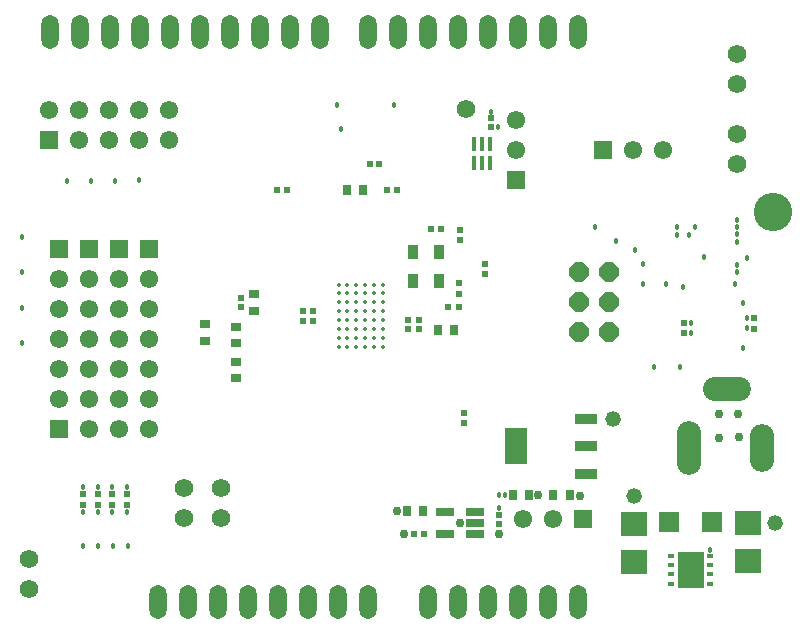
<source format=gbs>
%FSTAX25Y25*%
%MOIN*%
G70*
G01*
G75*
G04 Layer_Color=16711935*
%ADD10O,0.07087X0.01181*%
%ADD11O,0.01181X0.07087*%
%ADD12O,0.07284X0.01378*%
%ADD13R,0.08071X0.02756*%
%ADD14R,0.01772X0.02165*%
%ADD15R,0.03150X0.03150*%
%ADD16R,0.01575X0.02559*%
%ADD17R,0.02992X0.06299*%
%ADD18R,0.04528X0.06693*%
%ADD19R,0.02165X0.01772*%
%ADD20R,0.02756X0.03543*%
%ADD21R,0.03543X0.02756*%
%ADD22R,0.02047X0.02047*%
%ADD23R,0.02047X0.02047*%
%ADD24C,0.01000*%
%ADD25C,0.00700*%
%ADD26C,0.03000*%
%ADD27C,0.00591*%
%ADD28C,0.00669*%
%ADD29C,0.00500*%
%ADD30C,0.02000*%
%ADD31C,0.06000*%
%ADD32O,0.15748X0.07874*%
%ADD33O,0.07874X0.15748*%
%ADD34O,0.07874X0.17716*%
%ADD35R,0.05906X0.05906*%
%ADD36C,0.05906*%
%ADD37R,0.05906X0.05906*%
%ADD38P,0.06711X8X112.5*%
%ADD39O,0.05600X0.11200*%
%ADD40C,0.12600*%
%ADD41C,0.01969*%
%ADD42C,0.01600*%
%ADD43C,0.02800*%
%ADD44C,0.01595*%
%ADD45C,0.05000*%
%ADD46C,0.04000*%
%ADD47R,0.70200X0.25400*%
%ADD48C,0.07550*%
%ADD49O,0.15811X0.07937*%
%ADD50O,0.07937X0.15811*%
%ADD51O,0.07937X0.17779*%
%ADD52C,0.07543*%
G04:AMPARAMS|DCode=53|XSize=95.433mil|YSize=95.433mil|CornerRadius=0mil|HoleSize=0mil|Usage=FLASHONLY|Rotation=0.000|XOffset=0mil|YOffset=0mil|HoleType=Round|Shape=Relief|Width=10mil|Gap=10mil|Entries=4|*
%AMTHD53*
7,0,0,0.09543,0.07543,0.01000,45*
%
%ADD53THD53*%
%ADD54C,0.07800*%
%ADD55C,0.07400*%
%ADD56C,0.16600*%
G04:AMPARAMS|DCode=57|XSize=95.5mil|YSize=95.5mil|CornerRadius=0mil|HoleSize=0mil|Usage=FLASHONLY|Rotation=0.000|XOffset=0mil|YOffset=0mil|HoleType=Round|Shape=Relief|Width=10mil|Gap=10mil|Entries=4|*
%AMTHD57*
7,0,0,0.09550,0.07550,0.01000,45*
%
%ADD57THD57*%
G04:AMPARAMS|DCode=58|XSize=70mil|YSize=70mil|CornerRadius=0mil|HoleSize=0mil|Usage=FLASHONLY|Rotation=0.000|XOffset=0mil|YOffset=0mil|HoleType=Round|Shape=Relief|Width=10mil|Gap=10mil|Entries=4|*
%AMTHD58*
7,0,0,0.07000,0.05000,0.01000,45*
%
%ADD58THD58*%
%ADD59C,0.05600*%
%ADD60C,0.06800*%
%AMTHOVALD61*
21,1,0.07874,0.09937,0,0,180.0*
1,1,0.09937,0.03937,0.00000*
1,1,0.09937,-0.03937,0.00000*
21,0,0.07874,0.07937,0,0,180.0*
1,0,0.07937,0.03937,0.00000*
1,0,0.07937,-0.03937,0.00000*
4,0,4,0.03583,0.00354,0.07097,0.03867,0.07804,0.03160,0.04291,-0.00354,0.03583,0.00354,0.0*
4,0,4,-0.04291,0.00354,-0.07804,-0.03160,-0.07097,-0.03867,-0.03583,-0.00354,-0.04291,0.00354,0.0*
4,0,4,0.04291,0.00354,0.07804,-0.03160,0.07097,-0.03867,0.03583,-0.00354,0.04291,0.00354,0.0*
4,0,4,-0.03583,0.00354,-0.07097,0.03867,-0.07804,0.03160,-0.04291,-0.00354,-0.03583,0.00354,0.0*
%
%ADD61THOVALD61*%

%AMTHOVALD62*
21,1,0.07874,0.09937,0,0,270.0*
1,1,0.09937,0.00000,0.03937*
1,1,0.09937,0.00000,-0.03937*
21,0,0.07874,0.07937,0,0,270.0*
1,0,0.07937,0.00000,0.03937*
1,0,0.07937,0.00000,-0.03937*
4,0,4,-0.00354,0.03583,-0.03867,0.07097,-0.03160,0.07804,0.00354,0.04291,-0.00354,0.03583,0.0*
4,0,4,-0.00354,-0.04291,0.03160,-0.07804,0.03867,-0.07097,0.00354,-0.03583,-0.00354,-0.04291,0.0*
4,0,4,-0.00354,0.04291,0.03160,0.07804,0.03867,0.07097,0.00354,0.03583,-0.00354,0.04291,0.0*
4,0,4,-0.00354,-0.03583,-0.03867,-0.07097,-0.03160,-0.07804,0.00354,-0.04291,-0.00354,-0.03583,0.0*
%
%ADD62THOVALD62*%

G04:AMPARAMS|DCode=63|XSize=98mil|YSize=98mil|CornerRadius=0mil|HoleSize=0mil|Usage=FLASHONLY|Rotation=0.000|XOffset=0mil|YOffset=0mil|HoleType=Round|Shape=Relief|Width=10mil|Gap=10mil|Entries=4|*
%AMTHD63*
7,0,0,0.09800,0.07800,0.01000,45*
%
%ADD63THD63*%
G04:AMPARAMS|DCode=64|XSize=94mil|YSize=94mil|CornerRadius=0mil|HoleSize=0mil|Usage=FLASHONLY|Rotation=0.000|XOffset=0mil|YOffset=0mil|HoleType=Round|Shape=Relief|Width=10mil|Gap=10mil|Entries=4|*
%AMTHD64*
7,0,0,0.09400,0.07400,0.01000,45*
%
%ADD64THD64*%
G04:AMPARAMS|DCode=65|XSize=76mil|YSize=76mil|CornerRadius=0mil|HoleSize=0mil|Usage=FLASHONLY|Rotation=0.000|XOffset=0mil|YOffset=0mil|HoleType=Round|Shape=Relief|Width=10mil|Gap=10mil|Entries=4|*
%AMTHD65*
7,0,0,0.07600,0.05600,0.01000,45*
%
%ADD65THD65*%
G04:AMPARAMS|DCode=66|XSize=88mil|YSize=88mil|CornerRadius=0mil|HoleSize=0mil|Usage=FLASHONLY|Rotation=0.000|XOffset=0mil|YOffset=0mil|HoleType=Round|Shape=Relief|Width=10mil|Gap=10mil|Entries=4|*
%AMTHD66*
7,0,0,0.08800,0.06800,0.01000,45*
%
%ADD66THD66*%
%ADD67O,0.01378X0.04724*%
%ADD68R,0.07480X0.03150*%
%ADD69R,0.07480X0.12205*%
%ADD70R,0.06299X0.02559*%
%ADD71R,0.08661X0.11811*%
%ADD72R,0.01969X0.01181*%
%ADD73C,0.01181*%
%ADD74R,0.03543X0.04724*%
%ADD75R,0.06693X0.06614*%
%ADD76R,0.08661X0.07874*%
%ADD77C,0.05000*%
%ADD78C,0.01300*%
%ADD79C,0.01500*%
%ADD80R,0.29232X0.31693*%
%ADD81C,0.02362*%
%ADD82C,0.00984*%
%ADD83C,0.02165*%
%ADD84C,0.00787*%
%ADD85C,0.00600*%
%ADD86C,0.01200*%
%ADD87C,0.00400*%
%ADD88C,0.00394*%
%ADD89R,0.03937X0.02953*%
%ADD90O,0.07487X0.01581*%
%ADD91O,0.01581X0.07487*%
%ADD92O,0.07684X0.01778*%
%ADD93R,0.08471X0.03156*%
%ADD94R,0.02172X0.02565*%
%ADD95R,0.03550X0.03550*%
%ADD96R,0.01975X0.02959*%
%ADD97R,0.03392X0.06699*%
%ADD98R,0.04928X0.07093*%
%ADD99R,0.02565X0.02172*%
%ADD100R,0.03156X0.03943*%
%ADD101R,0.03943X0.03156*%
%ADD102R,0.02447X0.02447*%
%ADD103R,0.02447X0.02447*%
%ADD104O,0.07287X0.01381*%
%ADD105O,0.01381X0.07287*%
%ADD106O,0.07484X0.01578*%
%ADD107R,0.08271X0.02956*%
%ADD108R,0.01972X0.02365*%
%ADD109R,0.03350X0.03350*%
%ADD110R,0.01775X0.02759*%
%ADD111R,0.03192X0.06499*%
%ADD112R,0.04728X0.06893*%
%ADD113R,0.02365X0.01972*%
%ADD114R,0.02956X0.03743*%
%ADD115R,0.03743X0.02956*%
%ADD116R,0.02247X0.02247*%
%ADD117R,0.02247X0.02247*%
%ADD118C,0.06200*%
%ADD119O,0.15948X0.08074*%
%ADD120O,0.08074X0.15948*%
%ADD121O,0.08074X0.17916*%
%ADD122R,0.06106X0.06106*%
%ADD123C,0.06106*%
%ADD124R,0.06106X0.06106*%
%ADD125P,0.06927X8X112.5*%
%ADD126O,0.05800X0.11400*%
%ADD127C,0.12800*%
%ADD128C,0.02169*%
%ADD129C,0.01800*%
%ADD130C,0.03000*%
%ADD131C,0.05200*%
%ADD132O,0.01578X0.04924*%
%ADD133R,0.07680X0.03350*%
%ADD134R,0.07680X0.12405*%
%ADD135R,0.06499X0.02759*%
%ADD136R,0.09061X0.12211*%
%ADD137R,0.02369X0.01581*%
%ADD138C,0.01381*%
%ADD139R,0.03743X0.04924*%
%ADD140R,0.06893X0.06814*%
%ADD141R,0.08861X0.08074*%
D108*
X0251728Y02084D02*
D03*
X0255272D02*
D03*
D113*
X0144882Y0142323D02*
D03*
Y0145866D02*
D03*
X02556Y0234072D02*
D03*
Y0230528D02*
D03*
X02555Y0212728D02*
D03*
Y0216272D02*
D03*
X02571Y0173072D02*
D03*
Y0169528D02*
D03*
X0353839Y0204527D02*
D03*
Y0200984D02*
D03*
X0330543Y0199515D02*
D03*
Y0203058D02*
D03*
X0129921Y0142323D02*
D03*
Y0145866D02*
D03*
X0135039Y0142323D02*
D03*
Y0145866D02*
D03*
X0139764Y0142323D02*
D03*
Y0145866D02*
D03*
D114*
X0273344Y01456D02*
D03*
X0278856D02*
D03*
X0238044Y01402D02*
D03*
X0243556D02*
D03*
X0223456Y02474D02*
D03*
X0217944D02*
D03*
X0253756Y02005D02*
D03*
X0248244D02*
D03*
X0286744Y01456D02*
D03*
X0292256D02*
D03*
D115*
X01812Y0189956D02*
D03*
Y0184444D02*
D03*
Y0201756D02*
D03*
Y0196244D02*
D03*
X0187Y0207044D02*
D03*
Y0212556D02*
D03*
X01707Y0202456D02*
D03*
Y0196944D02*
D03*
D116*
X0243675Y01326D02*
D03*
X0240525D02*
D03*
X0249375Y02341D02*
D03*
X0246225D02*
D03*
X0234675Y02471D02*
D03*
X0231525D02*
D03*
X019485Y0247335D02*
D03*
X0198D02*
D03*
X0225625Y02558D02*
D03*
X0228775D02*
D03*
D117*
X02068Y0206875D02*
D03*
Y0203725D02*
D03*
X02385Y0203975D02*
D03*
Y0200825D02*
D03*
X0265945Y026811D02*
D03*
Y027126D02*
D03*
X02688Y0139075D02*
D03*
Y0135925D02*
D03*
X02642Y0219325D02*
D03*
Y0222475D02*
D03*
X01827Y0211275D02*
D03*
Y0208125D02*
D03*
X0242Y0203975D02*
D03*
Y0200825D02*
D03*
X02033Y0206875D02*
D03*
Y0203725D02*
D03*
D118*
X0257776Y0274114D02*
D03*
X0163863Y0137833D02*
D03*
X0112205Y0114409D02*
D03*
X0175984Y0147795D02*
D03*
X0112205Y0124409D02*
D03*
X0175984Y0137795D02*
D03*
X0163863Y0147833D02*
D03*
X034813Y029252D02*
D03*
Y028252D02*
D03*
Y0265787D02*
D03*
Y0255787D02*
D03*
D119*
X0344661Y0181085D02*
D03*
D120*
X0356472Y01614D02*
D03*
D121*
X0332063D02*
D03*
D122*
X01187Y02638D02*
D03*
X01222Y01676D02*
D03*
X02967Y01375D02*
D03*
X0303248Y0260531D02*
D03*
D123*
X01187Y02738D02*
D03*
X01287Y02638D02*
D03*
Y02738D02*
D03*
X01387Y02638D02*
D03*
Y02738D02*
D03*
X01487Y02638D02*
D03*
Y02738D02*
D03*
X01587Y02638D02*
D03*
Y02738D02*
D03*
X01222Y02176D02*
D03*
Y02076D02*
D03*
Y01976D02*
D03*
Y01876D02*
D03*
Y01776D02*
D03*
X01322Y01676D02*
D03*
X01422D02*
D03*
X01522D02*
D03*
X0274508Y0270492D02*
D03*
Y0260492D02*
D03*
X01322Y01776D02*
D03*
Y01876D02*
D03*
Y01976D02*
D03*
Y02076D02*
D03*
Y02176D02*
D03*
X01522Y01776D02*
D03*
Y01876D02*
D03*
Y01976D02*
D03*
Y02076D02*
D03*
Y02176D02*
D03*
X01422Y01776D02*
D03*
Y01876D02*
D03*
Y01976D02*
D03*
Y02076D02*
D03*
Y02176D02*
D03*
X02767Y01375D02*
D03*
X02867D02*
D03*
X0323248Y0260531D02*
D03*
X0313248D02*
D03*
D124*
X01222Y02276D02*
D03*
X0274508Y0250492D02*
D03*
X01322Y02276D02*
D03*
X01522D02*
D03*
X01422D02*
D03*
D125*
X02955Y022D02*
D03*
X03055D02*
D03*
X02955Y021D02*
D03*
X03055D02*
D03*
X02955Y02D02*
D03*
X03055D02*
D03*
D126*
X0209Y03D02*
D03*
X0199D02*
D03*
X0189D02*
D03*
X0179D02*
D03*
X0169D02*
D03*
X0159D02*
D03*
X0149D02*
D03*
X0139D02*
D03*
X0129D02*
D03*
X0119D02*
D03*
X0295D02*
D03*
X0285D02*
D03*
X0275D02*
D03*
X0265D02*
D03*
X0255D02*
D03*
X0245D02*
D03*
X0235D02*
D03*
X0225D02*
D03*
X0245Y011D02*
D03*
X0255D02*
D03*
X0265D02*
D03*
X0275D02*
D03*
X0285D02*
D03*
X0295D02*
D03*
X0155D02*
D03*
X0165D02*
D03*
X0175D02*
D03*
X0185D02*
D03*
X0195D02*
D03*
X0205D02*
D03*
X0215D02*
D03*
X0225D02*
D03*
D127*
X036Y024D02*
D03*
D128*
X03327Y0117944D02*
D03*
Y0123456D02*
D03*
X0330732Y01207D02*
D03*
X0334668D02*
D03*
D129*
X0347399Y0215945D02*
D03*
X0130079Y0128661D02*
D03*
X0135079D02*
D03*
X0140079D02*
D03*
X0145079D02*
D03*
X0144882Y0139764D02*
D03*
X0139764D02*
D03*
X0135039D02*
D03*
X0129921D02*
D03*
X0144882Y0148425D02*
D03*
X0139764D02*
D03*
X0135039D02*
D03*
X0129921D02*
D03*
X0109744Y0231594D02*
D03*
Y0219783D02*
D03*
Y0207972D02*
D03*
Y0196161D02*
D03*
X0320472Y0188206D02*
D03*
X02688Y0141219D02*
D03*
X0270844Y01456D02*
D03*
X02687Y01456D02*
D03*
X03392Y01271D02*
D03*
X0332684Y0203058D02*
D03*
X0329072Y0188206D02*
D03*
X01406Y0250372D02*
D03*
X01326Y02504D02*
D03*
X01246D02*
D03*
X01487Y0250472D02*
D03*
X0216043Y0267717D02*
D03*
X0268504Y026811D02*
D03*
X0265945Y0273425D02*
D03*
X0214764Y0275492D02*
D03*
X0233661D02*
D03*
X0350197Y0209547D02*
D03*
Y0194488D02*
D03*
X0324508Y0215945D02*
D03*
X0316732Y0216043D02*
D03*
X0332677Y0199508D02*
D03*
X0351476Y0201181D02*
D03*
X0351378Y0204528D02*
D03*
X033703Y0224803D02*
D03*
X0327953Y0232185D02*
D03*
X0347933Y0234842D02*
D03*
Y023248D02*
D03*
Y0229921D02*
D03*
X0314173Y0227264D02*
D03*
X0347933Y0237402D02*
D03*
X0333957Y0234941D02*
D03*
X0307776Y0230315D02*
D03*
X0332Y0232382D02*
D03*
X0327953Y0234941D02*
D03*
X0300689Y0234842D02*
D03*
X0347933Y0222342D02*
D03*
X0329921Y0215059D02*
D03*
X0347933Y0219882D02*
D03*
X0316732Y0222441D02*
D03*
X0351378Y0224705D02*
D03*
D130*
X0348721Y0164764D02*
D03*
X0342224Y0164665D02*
D03*
X0348425Y0172638D02*
D03*
X0342224Y0172539D02*
D03*
X02688Y01327D02*
D03*
X02819Y01456D02*
D03*
X02556Y01364D02*
D03*
X0295625Y01454D02*
D03*
X02372Y01326D02*
D03*
X02348Y01402D02*
D03*
D131*
X0306815Y0170855D02*
D03*
X0360701Y0136199D02*
D03*
X03138Y01451D02*
D03*
D132*
X026565Y0256201D02*
D03*
X026309D02*
D03*
X0260531D02*
D03*
X026565Y02625D02*
D03*
X026309D02*
D03*
X0260531D02*
D03*
D133*
X0297714Y0170855D02*
D03*
Y01618D02*
D03*
Y0152745D02*
D03*
D134*
X0274486Y01618D02*
D03*
D135*
X0250879Y014004D02*
D03*
Y013256D02*
D03*
X0260721D02*
D03*
Y01363D02*
D03*
Y014004D02*
D03*
D136*
X03327Y01207D02*
D03*
D137*
X0326204Y0125424D02*
D03*
Y0122275D02*
D03*
Y0119125D02*
D03*
Y0115976D02*
D03*
X0339196D02*
D03*
Y0119125D02*
D03*
Y0122275D02*
D03*
Y0125424D02*
D03*
D138*
X0215265Y0195065D02*
D03*
X0218218D02*
D03*
X0221171D02*
D03*
X0224124D02*
D03*
X0227076D02*
D03*
X0230029D02*
D03*
X0215265Y0198018D02*
D03*
X0218218D02*
D03*
X0221171D02*
D03*
X0224124D02*
D03*
X0227076D02*
D03*
X0230029D02*
D03*
X0215265Y0200971D02*
D03*
X0218218D02*
D03*
X0221171D02*
D03*
X0224124D02*
D03*
X0227076D02*
D03*
X0230029D02*
D03*
X0215265Y0203924D02*
D03*
X0218218D02*
D03*
X0221171D02*
D03*
X0224124D02*
D03*
X0227076D02*
D03*
X0230029D02*
D03*
X0215265Y0206876D02*
D03*
X0218218D02*
D03*
X0221171D02*
D03*
X0224124D02*
D03*
X0227076D02*
D03*
X0230029D02*
D03*
X0215265Y0209829D02*
D03*
X0218218D02*
D03*
X0221171D02*
D03*
X0224124D02*
D03*
X0227076D02*
D03*
X0230029D02*
D03*
X0215265Y0212782D02*
D03*
X0218218D02*
D03*
X0221171D02*
D03*
X0224124D02*
D03*
X0227076D02*
D03*
X0230029D02*
D03*
X0215265Y0215735D02*
D03*
X0218218D02*
D03*
X0221171D02*
D03*
X0224124D02*
D03*
X0227076D02*
D03*
X0230029D02*
D03*
D139*
X0239969Y0216779D02*
D03*
Y0226621D02*
D03*
X0248631Y0216779D02*
D03*
Y0226621D02*
D03*
D140*
X0325553Y01366D02*
D03*
X0339647D02*
D03*
D141*
X03516Y0136199D02*
D03*
Y0123601D02*
D03*
X03138Y0135999D02*
D03*
Y0123401D02*
D03*
M02*

</source>
